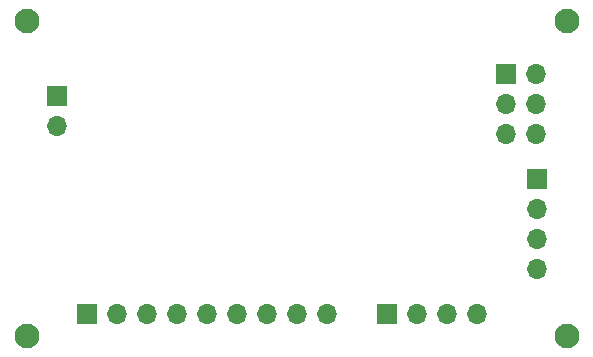
<source format=gbs>
%TF.GenerationSoftware,KiCad,Pcbnew,9.0.0*%
%TF.CreationDate,2025-03-11T16:24:46+11:00*%
%TF.ProjectId,MCU Datalogger,4d435520-4461-4746-916c-6f676765722e,1*%
%TF.SameCoordinates,Original*%
%TF.FileFunction,Soldermask,Bot*%
%TF.FilePolarity,Negative*%
%FSLAX46Y46*%
G04 Gerber Fmt 4.6, Leading zero omitted, Abs format (unit mm)*
G04 Created by KiCad (PCBNEW 9.0.0) date 2025-03-11 16:24:46*
%MOMM*%
%LPD*%
G01*
G04 APERTURE LIST*
%ADD10R,1.700000X1.700000*%
%ADD11O,1.700000X1.700000*%
%ADD12C,2.100000*%
G04 APERTURE END LIST*
D10*
%TO.C,J4*%
X160650000Y-71770000D03*
D11*
X163190000Y-71770000D03*
X160650000Y-74310000D03*
X163190000Y-74310000D03*
X160650000Y-76850000D03*
X163190000Y-76850000D03*
%TD*%
D10*
%TO.C,J2*%
X125105000Y-92075000D03*
D11*
X127645000Y-92075000D03*
X130185000Y-92075000D03*
X132725000Y-92075000D03*
X135265000Y-92075000D03*
X137805000Y-92075000D03*
X140345000Y-92075000D03*
X142885000Y-92075000D03*
X145425000Y-92075000D03*
%TD*%
D12*
%TO.C,H3*%
X165735000Y-67310000D03*
%TD*%
D10*
%TO.C,J1*%
X163195000Y-80645000D03*
D11*
X163195000Y-83185000D03*
X163195000Y-85725000D03*
X163195000Y-88265000D03*
%TD*%
D10*
%TO.C,BT1*%
X122555000Y-73660000D03*
D11*
X122555000Y-76200000D03*
%TD*%
D12*
%TO.C,H4*%
X165735000Y-93980000D03*
%TD*%
%TO.C,H2*%
X120015000Y-93980000D03*
%TD*%
D10*
%TO.C,J3*%
X150505000Y-92075000D03*
D11*
X153045000Y-92075000D03*
X155585000Y-92075000D03*
X158125000Y-92075000D03*
%TD*%
D12*
%TO.C,H1*%
X120015000Y-67310000D03*
%TD*%
M02*

</source>
